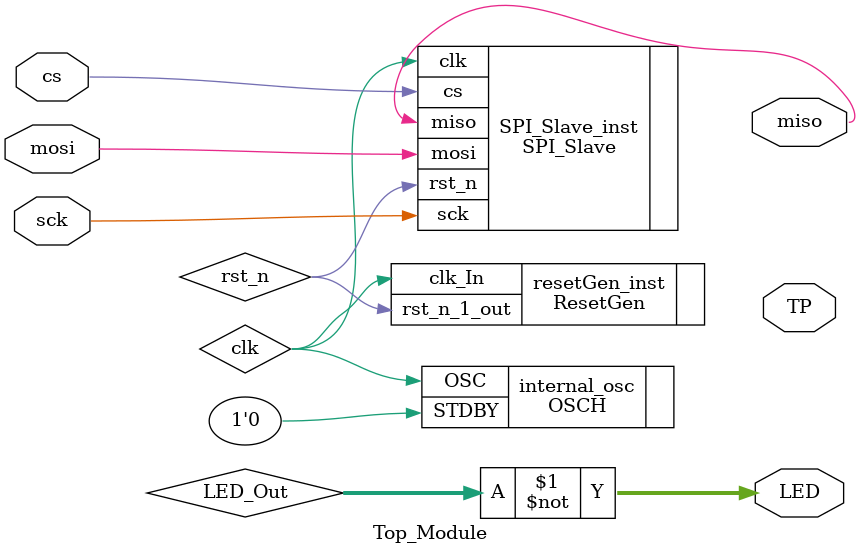
<source format=v>
module Top_Module (
	
	input wire cs,
	input wire mosi /*synthesis syn_force_pads=1 syn_noprune=1 */,
	input wire sck,
	
	output wire miso,
	
	output wire [7:0] LED,
	output wire TP
);

    // ? 내부 오실레이터 (12.09MHz) 생성
    wire clk;
    OSCH #(
        .NOM_FREQ("12.09")  // 사용할 클럭 주파수 (2.08MHz 또는 12.09MHz 선택 가능)
    ) internal_osc (
        .STDBY(1'b0),  // 항상 활성화
        .OSC(clk)      // clk 신호에 연결
    );


	parameter CLK_FREQ = 12090000;  // 기본값 12.09MHz


	// Reset Gen
	wire rst_n;
	ResetGen resetGen_inst(
	.clk_In(clk),
	.rst_n_1_out(rst_n)
	);
	
	
	// SPI Slave Module
	wire [7:0] LED_Out;
	assign LED = ~LED_Out;
	SPI_Slave SPI_Slave_inst(
	.clk(clk),
	.rst_n(rst_n),
	.sck(sck),
	.cs(cs),
	.mosi(mosi),
	.miso(miso)
	);
	
	

endmodule

</source>
